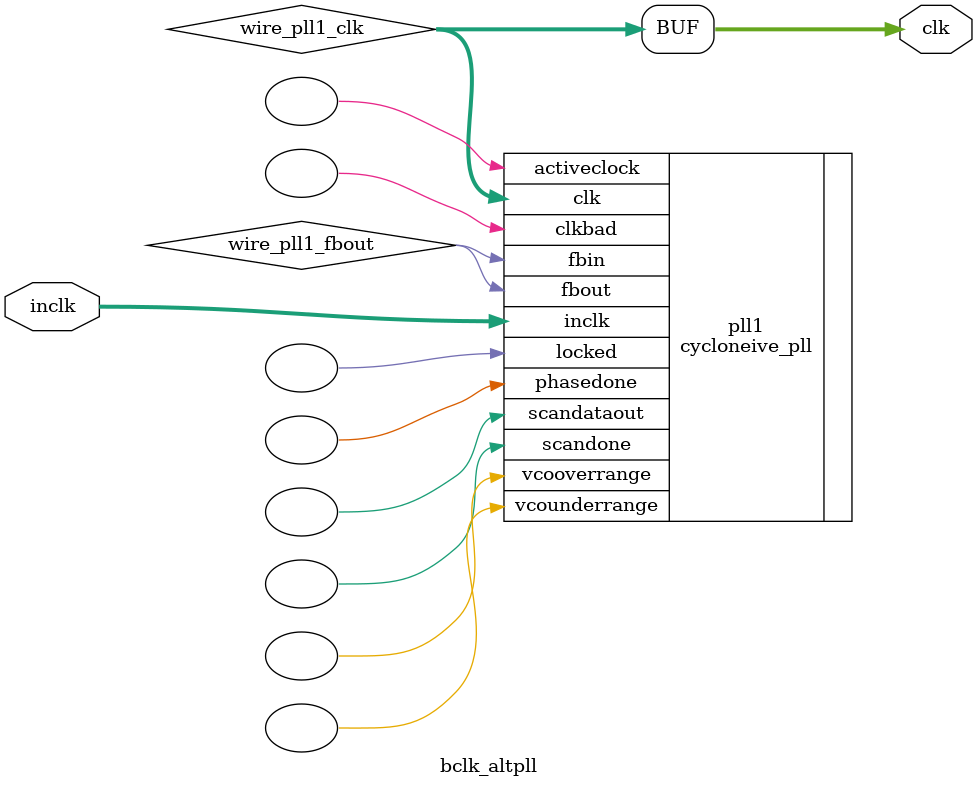
<source format=v>






//synthesis_resources = cycloneive_pll 1 
//synopsys translate_off
`timescale 1 ps / 1 ps
//synopsys translate_on
module  bclk_altpll
	( 
	clk,
	inclk) /* synthesis synthesis_clearbox=1 */;
	output   [4:0]  clk;
	input   [1:0]  inclk;
`ifndef ALTERA_RESERVED_QIS
// synopsys translate_off
`endif
	tri0   [1:0]  inclk;
`ifndef ALTERA_RESERVED_QIS
// synopsys translate_on
`endif

	wire  [4:0]   wire_pll1_clk;
	wire  wire_pll1_fbout;

	cycloneive_pll   pll1
	( 
	.activeclock(),
	.clk(wire_pll1_clk),
	.clkbad(),
	.fbin(wire_pll1_fbout),
	.fbout(wire_pll1_fbout),
	.inclk(inclk),
	.locked(),
	.phasedone(),
	.scandataout(),
	.scandone(),
	.vcooverrange(),
	.vcounderrange()
	`ifndef FORMAL_VERIFICATION
	// synopsys translate_off
	`endif
	,
	.areset(1'b0),
	.clkswitch(1'b0),
	.configupdate(1'b0),
	.pfdena(1'b1),
	.phasecounterselect({3{1'b0}}),
	.phasestep(1'b0),
	.phaseupdown(1'b0),
	.scanclk(1'b0),
	.scanclkena(1'b1),
	.scandata(1'b0)
	`ifndef FORMAL_VERIFICATION
	// synopsys translate_on
	`endif
	);
	defparam
		pll1.bandwidth_type = "auto",
		pll1.clk0_divide_by = 25,
		pll1.clk0_duty_cycle = 50,
		pll1.clk0_multiply_by = 1,
		pll1.clk0_phase_shift = "0",
		pll1.compensate_clock = "clk0",
		pll1.inclk0_input_frequency = 20000,
		pll1.operation_mode = "normal",
		pll1.pll_type = "auto",
		pll1.lpm_type = "cycloneive_pll";
	assign
		clk = {wire_pll1_clk[4:0]};
endmodule //bclk_altpll
//VALID FILE

</source>
